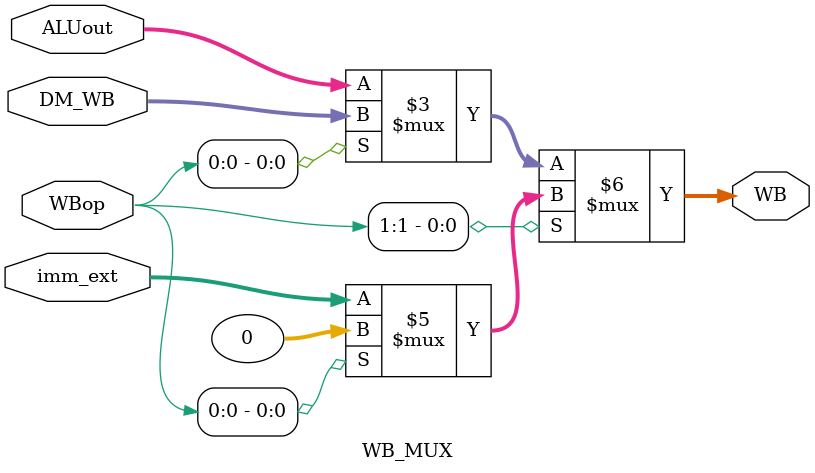
<source format=v>
`timescale 1ns / 1ps
module WB_MUX(
    input [1:0]WBop,
    input [31:0]ALUout,
    input [31:0]DM_WB,
    input [31:0]imm_ext,
    output [31:0]WB
    );
	 
	 assign WB = (WBop[1] == 0) ? (WBop[0] == 0) ? ALUout : DM_WB :
	                              (WBop[0] == 0) ? imm_ext : 0;


endmodule

</source>
